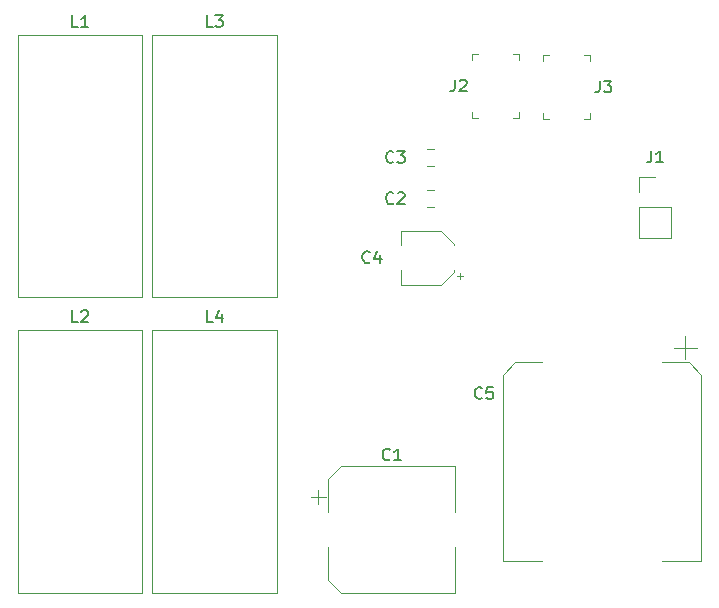
<source format=gbr>
G04 #@! TF.GenerationSoftware,KiCad,Pcbnew,(5.1.5)-3*
G04 #@! TF.CreationDate,2020-03-21T22:09:17-04:00*
G04 #@! TF.ProjectId,GP PSU Filter,47502050-5355-4204-9669-6c7465722e6b,rev?*
G04 #@! TF.SameCoordinates,Original*
G04 #@! TF.FileFunction,Legend,Top*
G04 #@! TF.FilePolarity,Positive*
%FSLAX46Y46*%
G04 Gerber Fmt 4.6, Leading zero omitted, Abs format (unit mm)*
G04 Created by KiCad (PCBNEW (5.1.5)-3) date 2020-03-21 22:09:17*
%MOMM*%
%LPD*%
G04 APERTURE LIST*
%ADD10C,0.120000*%
%ADD11C,0.100000*%
%ADD12C,0.150000*%
G04 APERTURE END LIST*
D10*
X110920500Y-110350500D02*
X110920500Y-88125500D01*
X121461500Y-110350500D02*
X110920500Y-110350500D01*
X121461500Y-88125500D02*
X121461500Y-110350500D01*
X110920500Y-88125500D02*
X121461500Y-88125500D01*
X110920500Y-85350500D02*
X110920500Y-63125500D01*
X121461500Y-85350500D02*
X110920500Y-85350500D01*
X121461500Y-63125500D02*
X121461500Y-85350500D01*
X110920500Y-63125500D02*
X121461500Y-63125500D01*
X99538500Y-110350500D02*
X99538500Y-88125500D01*
X110079500Y-110350500D02*
X99538500Y-110350500D01*
X110079500Y-88125500D02*
X110079500Y-110350500D01*
X99538500Y-88125500D02*
X110079500Y-88125500D01*
X99538500Y-85350500D02*
X99538500Y-63125500D01*
X110079500Y-85350500D02*
X99538500Y-85350500D01*
X110079500Y-63125500D02*
X110079500Y-85350500D01*
X99538500Y-63125500D02*
X110079500Y-63125500D01*
D11*
X148000000Y-70240000D02*
X148000000Y-69740000D01*
X148000000Y-70240000D02*
X147500000Y-70240000D01*
X148000000Y-64840000D02*
X148000000Y-65340000D01*
X148000000Y-64840000D02*
X147500000Y-64840000D01*
X144000000Y-64840000D02*
X144000000Y-65340000D01*
X144000000Y-64840000D02*
X144500000Y-64840000D01*
X144000000Y-70240000D02*
X144500000Y-70240000D01*
X144000000Y-70240000D02*
X144000000Y-69740000D01*
X138000000Y-64760000D02*
X138000000Y-65260000D01*
X138000000Y-64760000D02*
X138500000Y-64760000D01*
X138000000Y-70160000D02*
X138000000Y-69660000D01*
X138000000Y-70160000D02*
X138500000Y-70160000D01*
X142000000Y-70160000D02*
X142000000Y-69660000D01*
X142000000Y-70160000D02*
X141500000Y-70160000D01*
X142000000Y-64760000D02*
X141500000Y-64760000D01*
X142000000Y-64760000D02*
X142000000Y-65260000D01*
D10*
X152170000Y-75130000D02*
X153500000Y-75130000D01*
X152170000Y-76460000D02*
X152170000Y-75130000D01*
X152170000Y-77730000D02*
X154830000Y-77730000D01*
X154830000Y-77730000D02*
X154830000Y-80330000D01*
X152170000Y-77730000D02*
X152170000Y-80330000D01*
X152170000Y-80330000D02*
X154830000Y-80330000D01*
X157060000Y-89600000D02*
X155060000Y-89600000D01*
X156060000Y-88600000D02*
X156060000Y-90600000D01*
X141654437Y-90840000D02*
X140590000Y-91904437D01*
X156345563Y-90840000D02*
X157410000Y-91904437D01*
X156345563Y-90840000D02*
X154060000Y-90840000D01*
X141654437Y-90840000D02*
X143940000Y-90840000D01*
X140590000Y-91904437D02*
X140590000Y-107660000D01*
X157410000Y-91904437D02*
X157410000Y-107660000D01*
X157410000Y-107660000D02*
X154060000Y-107660000D01*
X140590000Y-107660000D02*
X143940000Y-107660000D01*
X136950000Y-83810000D02*
X136950000Y-83310000D01*
X137200000Y-83560000D02*
X136700000Y-83560000D01*
X136460000Y-80804437D02*
X135395563Y-79740000D01*
X136460000Y-83195563D02*
X135395563Y-84260000D01*
X136460000Y-83195563D02*
X136460000Y-83060000D01*
X136460000Y-80804437D02*
X136460000Y-80940000D01*
X135395563Y-79740000D02*
X131940000Y-79740000D01*
X135395563Y-84260000D02*
X131940000Y-84260000D01*
X131940000Y-84260000D02*
X131940000Y-83060000D01*
X131940000Y-79740000D02*
X131940000Y-80940000D01*
X134736252Y-72790000D02*
X134213748Y-72790000D01*
X134736252Y-74210000D02*
X134213748Y-74210000D01*
X134736252Y-76290000D02*
X134213748Y-76290000D01*
X134736252Y-77710000D02*
X134213748Y-77710000D01*
X124975000Y-101615000D02*
X124975000Y-102865000D01*
X124350000Y-102240000D02*
X125600000Y-102240000D01*
X125840000Y-109295563D02*
X126904437Y-110360000D01*
X125840000Y-100704437D02*
X126904437Y-99640000D01*
X125840000Y-100704437D02*
X125840000Y-103490000D01*
X125840000Y-109295563D02*
X125840000Y-106510000D01*
X126904437Y-110360000D02*
X136560000Y-110360000D01*
X126904437Y-99640000D02*
X136560000Y-99640000D01*
X136560000Y-99640000D02*
X136560000Y-103490000D01*
X136560000Y-110360000D02*
X136560000Y-106510000D01*
D12*
X116024333Y-87452380D02*
X115548142Y-87452380D01*
X115548142Y-86452380D01*
X116786238Y-86785714D02*
X116786238Y-87452380D01*
X116548142Y-86404761D02*
X116310047Y-87119047D01*
X116929095Y-87119047D01*
X116024333Y-62452380D02*
X115548142Y-62452380D01*
X115548142Y-61452380D01*
X116262428Y-61452380D02*
X116881476Y-61452380D01*
X116548142Y-61833333D01*
X116691000Y-61833333D01*
X116786238Y-61880952D01*
X116833857Y-61928571D01*
X116881476Y-62023809D01*
X116881476Y-62261904D01*
X116833857Y-62357142D01*
X116786238Y-62404761D01*
X116691000Y-62452380D01*
X116405285Y-62452380D01*
X116310047Y-62404761D01*
X116262428Y-62357142D01*
X104642333Y-87452380D02*
X104166142Y-87452380D01*
X104166142Y-86452380D01*
X104928047Y-86547619D02*
X104975666Y-86500000D01*
X105070904Y-86452380D01*
X105309000Y-86452380D01*
X105404238Y-86500000D01*
X105451857Y-86547619D01*
X105499476Y-86642857D01*
X105499476Y-86738095D01*
X105451857Y-86880952D01*
X104880428Y-87452380D01*
X105499476Y-87452380D01*
X104642333Y-62452380D02*
X104166142Y-62452380D01*
X104166142Y-61452380D01*
X105499476Y-62452380D02*
X104928047Y-62452380D01*
X105213761Y-62452380D02*
X105213761Y-61452380D01*
X105118523Y-61595238D01*
X105023285Y-61690476D01*
X104928047Y-61738095D01*
X148796666Y-66992380D02*
X148796666Y-67706666D01*
X148749047Y-67849523D01*
X148653809Y-67944761D01*
X148510952Y-67992380D01*
X148415714Y-67992380D01*
X149177619Y-66992380D02*
X149796666Y-66992380D01*
X149463333Y-67373333D01*
X149606190Y-67373333D01*
X149701428Y-67420952D01*
X149749047Y-67468571D01*
X149796666Y-67563809D01*
X149796666Y-67801904D01*
X149749047Y-67897142D01*
X149701428Y-67944761D01*
X149606190Y-67992380D01*
X149320476Y-67992380D01*
X149225238Y-67944761D01*
X149177619Y-67897142D01*
X136536666Y-66912380D02*
X136536666Y-67626666D01*
X136489047Y-67769523D01*
X136393809Y-67864761D01*
X136250952Y-67912380D01*
X136155714Y-67912380D01*
X136965238Y-67007619D02*
X137012857Y-66960000D01*
X137108095Y-66912380D01*
X137346190Y-66912380D01*
X137441428Y-66960000D01*
X137489047Y-67007619D01*
X137536666Y-67102857D01*
X137536666Y-67198095D01*
X137489047Y-67340952D01*
X136917619Y-67912380D01*
X137536666Y-67912380D01*
X153166666Y-72912380D02*
X153166666Y-73626666D01*
X153119047Y-73769523D01*
X153023809Y-73864761D01*
X152880952Y-73912380D01*
X152785714Y-73912380D01*
X154166666Y-73912380D02*
X153595238Y-73912380D01*
X153880952Y-73912380D02*
X153880952Y-72912380D01*
X153785714Y-73055238D01*
X153690476Y-73150476D01*
X153595238Y-73198095D01*
X138833333Y-93857142D02*
X138785714Y-93904761D01*
X138642857Y-93952380D01*
X138547619Y-93952380D01*
X138404761Y-93904761D01*
X138309523Y-93809523D01*
X138261904Y-93714285D01*
X138214285Y-93523809D01*
X138214285Y-93380952D01*
X138261904Y-93190476D01*
X138309523Y-93095238D01*
X138404761Y-93000000D01*
X138547619Y-92952380D01*
X138642857Y-92952380D01*
X138785714Y-93000000D01*
X138833333Y-93047619D01*
X139738095Y-92952380D02*
X139261904Y-92952380D01*
X139214285Y-93428571D01*
X139261904Y-93380952D01*
X139357142Y-93333333D01*
X139595238Y-93333333D01*
X139690476Y-93380952D01*
X139738095Y-93428571D01*
X139785714Y-93523809D01*
X139785714Y-93761904D01*
X139738095Y-93857142D01*
X139690476Y-93904761D01*
X139595238Y-93952380D01*
X139357142Y-93952380D01*
X139261904Y-93904761D01*
X139214285Y-93857142D01*
X129333333Y-82357142D02*
X129285714Y-82404761D01*
X129142857Y-82452380D01*
X129047619Y-82452380D01*
X128904761Y-82404761D01*
X128809523Y-82309523D01*
X128761904Y-82214285D01*
X128714285Y-82023809D01*
X128714285Y-81880952D01*
X128761904Y-81690476D01*
X128809523Y-81595238D01*
X128904761Y-81500000D01*
X129047619Y-81452380D01*
X129142857Y-81452380D01*
X129285714Y-81500000D01*
X129333333Y-81547619D01*
X130190476Y-81785714D02*
X130190476Y-82452380D01*
X129952380Y-81404761D02*
X129714285Y-82119047D01*
X130333333Y-82119047D01*
X131333333Y-73857142D02*
X131285714Y-73904761D01*
X131142857Y-73952380D01*
X131047619Y-73952380D01*
X130904761Y-73904761D01*
X130809523Y-73809523D01*
X130761904Y-73714285D01*
X130714285Y-73523809D01*
X130714285Y-73380952D01*
X130761904Y-73190476D01*
X130809523Y-73095238D01*
X130904761Y-73000000D01*
X131047619Y-72952380D01*
X131142857Y-72952380D01*
X131285714Y-73000000D01*
X131333333Y-73047619D01*
X131666666Y-72952380D02*
X132285714Y-72952380D01*
X131952380Y-73333333D01*
X132095238Y-73333333D01*
X132190476Y-73380952D01*
X132238095Y-73428571D01*
X132285714Y-73523809D01*
X132285714Y-73761904D01*
X132238095Y-73857142D01*
X132190476Y-73904761D01*
X132095238Y-73952380D01*
X131809523Y-73952380D01*
X131714285Y-73904761D01*
X131666666Y-73857142D01*
X131333333Y-77357142D02*
X131285714Y-77404761D01*
X131142857Y-77452380D01*
X131047619Y-77452380D01*
X130904761Y-77404761D01*
X130809523Y-77309523D01*
X130761904Y-77214285D01*
X130714285Y-77023809D01*
X130714285Y-76880952D01*
X130761904Y-76690476D01*
X130809523Y-76595238D01*
X130904761Y-76500000D01*
X131047619Y-76452380D01*
X131142857Y-76452380D01*
X131285714Y-76500000D01*
X131333333Y-76547619D01*
X131714285Y-76547619D02*
X131761904Y-76500000D01*
X131857142Y-76452380D01*
X132095238Y-76452380D01*
X132190476Y-76500000D01*
X132238095Y-76547619D01*
X132285714Y-76642857D01*
X132285714Y-76738095D01*
X132238095Y-76880952D01*
X131666666Y-77452380D01*
X132285714Y-77452380D01*
X131033333Y-99057142D02*
X130985714Y-99104761D01*
X130842857Y-99152380D01*
X130747619Y-99152380D01*
X130604761Y-99104761D01*
X130509523Y-99009523D01*
X130461904Y-98914285D01*
X130414285Y-98723809D01*
X130414285Y-98580952D01*
X130461904Y-98390476D01*
X130509523Y-98295238D01*
X130604761Y-98200000D01*
X130747619Y-98152380D01*
X130842857Y-98152380D01*
X130985714Y-98200000D01*
X131033333Y-98247619D01*
X131985714Y-99152380D02*
X131414285Y-99152380D01*
X131700000Y-99152380D02*
X131700000Y-98152380D01*
X131604761Y-98295238D01*
X131509523Y-98390476D01*
X131414285Y-98438095D01*
M02*

</source>
